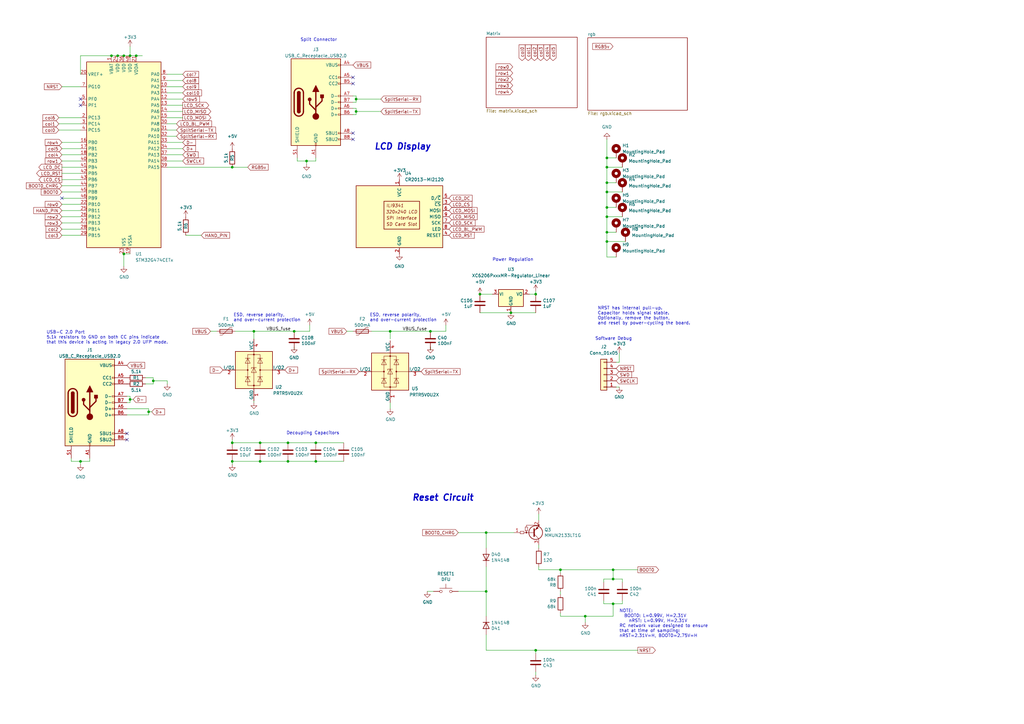
<source format=kicad_sch>
(kicad_sch (version 20250114) (generator "eeschema") (generator_version "9.0")
  (paper "A3")
  (lib_symbols
    (symbol "+5V_1" (power) (pin_names (offset 0))
      (property "Value" "+5V_1" (at 0 3.556 0))
      (symbol "+5V_1_1_1"
        (pin power_in line (at 0 0 90) (length 0) (hide yes) (name "+5V") (number "1"))
      )
    )
    (symbol "Connector:USB_C_Receptacle_USB2.0" (pin_names (offset 1.016))
      (property "Reference" "J" (at -10.16 19.05 0))
      (property "Value" "USB_C_Receptacle_USB2.0" (at 19.05 19.05 0))
      (symbol "USB_C_Receptacle_USB2.0_1_1"
        (pin passive line (at -7.62 -22.86 90) (length 5.08) (name "SHIELD") (number "S1"))
        (pin passive line (at 0 -22.86 90) (length 5.08) (name "GND") (number "A1"))
        (pin passive line (at 0 -22.86 90) (length 5.08) (hide yes) (name "GND") (number "A12"))
        (pin passive line (at 0 -22.86 90) (length 5.08) (hide yes) (name "GND") (number "B1"))
        (pin passive line (at 0 -22.86 90) (length 5.08) (hide yes) (name "GND") (number "B12"))
        (pin passive line (at 15.24 15.24 180) (length 5.08) (name "VBUS") (number "A4"))
        (pin passive line (at 15.24 15.24 180) (length 5.08) (hide yes) (name "VBUS") (number "A9"))
        (pin passive line (at 15.24 15.24 180) (length 5.08) (hide yes) (name "VBUS") (number "B4"))
        (pin passive line (at 15.24 15.24 180) (length 5.08) (hide yes) (name "VBUS") (number "B9"))
        (pin bidirectional line (at 15.24 10.16 180) (length 5.08) (name "CC1") (number "A5"))
        (pin bidirectional line (at 15.24 7.62 180) (length 5.08) (name "CC2") (number "B5"))
        (pin bidirectional line (at 15.24 2.54 180) (length 5.08) (name "D-") (number "A7"))
        (pin bidirectional line (at 15.24 0 180) (length 5.08) (name "D-") (number "B7"))
        (pin bidirectional line (at 15.24 -2.54 180) (length 5.08) (name "D+") (number "A6"))
        (pin bidirectional line (at 15.24 -5.08 180) (length 5.08) (name "D+") (number "B6"))
        (pin bidirectional line (at 15.24 -12.7 180) (length 5.08) (name "SBU1") (number "A8"))
        (pin bidirectional line (at 15.24 -15.24 180) (length 5.08) (name "SBU2") (number "B8"))
      )
    )
    (symbol "Connector_Generic:Conn_01x05" (pin_names (offset 1.016) (hide yes))
      (property "Reference" "J" (at 0 7.62 0))
      (property "Value" "Conn_01x05" (at 0 -7.62 0))
      (symbol "Conn_01x05_1_1"
        (pin passive line (at -5.08 5.08 0) (length 3.81) (name "Pin_1") (number "1"))
        (pin passive line (at -5.08 2.54 0) (length 3.81) (name "Pin_2") (number "2"))
        (pin passive line (at -5.08 0 0) (length 3.81) (name "Pin_3") (number "3"))
        (pin passive line (at -5.08 -2.54 0) (length 3.81) (name "Pin_4") (number "4"))
        (pin passive line (at -5.08 -5.08 0) (length 3.81) (name "Pin_5") (number "5"))
      )
    )
    (symbol "Device:C" (pin_numbers (hide yes)) (pin_names (offset 0.254))
      (property "Reference" "C" (at 0.635 2.54 0))
      (property "Value" "C" (at 0.635 -2.54 0))
      (symbol "C_1_1"
        (pin passive line (at 0 3.81 270) (length 2.794) (name "~") (number "1"))
        (pin passive line (at 0 -3.81 90) (length 2.794) (name "~") (number "2"))
      )
    )
    (symbol "Device:D" (pin_numbers (hide yes)) (pin_names (offset 1.016) (hide yes))
      (property "Reference" "D" (at 0 2.54 0))
      (property "Value" "D" (at 0 -2.54 0))
      (symbol "D_1_1"
        (pin passive line (at -3.81 0 0) (length 2.54) (name "K") (number "1"))
        (pin passive line (at 3.81 0 180) (length 2.54) (name "A") (number "2"))
      )
    )
    (symbol "Device:Polyfuse" (pin_numbers (hide yes)) (pin_names (offset 0))
      (property "Reference" "F" (at -2.54 0 90))
      (property "Value" "Polyfuse" (at 2.54 0 90))
      (symbol "Polyfuse_1_1"
        (pin passive line (at 0 3.81 270) (length 1.27) (name "~") (number "1"))
        (pin passive line (at 0 -3.81 90) (length 1.27) (name "~") (number "2"))
      )
    )
    (symbol "Device:Q_PNP_BEC_BRT" (pin_names (hide yes))
      (property "Reference" "Q" (at 3.81 1.27 0))
      (property "Value" "Q_PNP_BEC_BRT" (at 3.81 -1.27 0))
      (symbol "Q_PNP_BEC_BRT_1_1"
        (pin input line (at -8.89 0 0) (length 2.54) (name "B") (number "1"))
        (pin passive line (at 1.27 5.08 270) (length 2.54) (name "C") (number "3"))
        (pin passive line (at 1.27 -5.08 90) (length 2.54) (name "E") (number "2"))
      )
    )
    (symbol "Device:R" (pin_numbers (hide yes)) (pin_names (offset 0))
      (property "Reference" "R" (at 2.032 0 90))
      (property "Value" "R" (at 0 0 90))
      (symbol "R_1_1"
        (pin passive line (at 0 3.81 270) (length 1.27) (name "~") (number "1"))
        (pin passive line (at 0 -3.81 90) (length 1.27) (name "~") (number "2"))
      )
    )
    (symbol "Djinn-rescue:+3V3-power" (power) (pin_names (offset 0))
      (property "Value" "power_+3V3" (at 0 3.556 0))
      (symbol "+3V3-power_1_1"
        (pin power_in line (at 0 0 90) (length 0) (hide yes) (name "+3V3") (number "1"))
      )
    )
    (symbol "Djinn-rescue:GND-power" (power) (pin_names (offset 0))
      (property "Value" "power_GND" (at 0 -3.81 0))
      (symbol "GND-power_1_1"
        (pin power_in line (at 0 0 270) (length 0) (hide yes) (name "GND") (number "1"))
      )
    )
    (symbol "Driver_Display:CR2013-MI2120" (pin_names (offset 0.762))
      (property "Reference" "U4" (at 2.1941 17.78 0))
      (property "Value" "CR2013-MI2120" (at 2.1941 15.24 0))
      (symbol "CR2013-MI2120_0_0"
        (text "ILI9341" (at -5.461 4.572 0) (effects (font (size 1.27 1.27) (italic yes)) (justify left)))
        (text "SPI Interface" (at -5.461 -0.508 0) (effects (font (size 1.27 1.27) (italic yes)) (justify left)))
        (text "SD Card Slot" (at -5.461 -3.048 0) (effects (font (size 1.27 1.27) (italic yes)) (justify left)))
        (text "320x240 LCD" (at 0.889 2.032 0) (effects (font (size 1.27 1.27) (italic yes))))
      )
      (symbol "CR2013-MI2120_1_1"
        (pin power_in line (at 0 15.24 270) (length 2.54) (name "VCC") (number "1"))
        (pin power_in line (at 0 -15.24 90) (length 2.54) (name "GND") (number "2"))
        (pin input line (at 20.32 7.62 180) (length 2.54) (name "D/~{C}") (number "5"))
        (pin input line (at 20.32 5.08 180) (length 2.54) (name "~{CS}") (number "3"))
        (pin input line (at 20.32 2.54 180) (length 2.54) (name "MOSI") (number "6"))
        (pin output line (at 20.32 0 180) (length 2.54) (name "MISO") (number "9"))
        (pin input line (at 20.32 -2.54 180) (length 2.54) (name "SCK") (number "7"))
        (pin input line (at 20.32 -5.08 180) (length 2.54) (name "LED") (number "8"))
        (pin input line (at 20.32 -7.62 180) (length 2.54) (name "RESET") (number "4"))
      )
    )
    (symbol "GND_1" (power) (pin_numbers (hide yes)) (pin_names (offset 0) (hide yes))
      (property "Value" "GND" (at 0 -3.81 0))
      (symbol "GND_1_1_1"
        (pin power_in line (at 0 0 270) (length 0) (name "~") (number "1"))
      )
    )
    (symbol "MCU_ST_STM32G4:STM32G474CETx"
      (property "Reference" "U" (at -15.24 39.37 0))
      (property "Value" "STM32G474CETx" (at 7.62 39.37 0))
      (symbol "STM32G474CETx_1_1"
        (pin input line (at -17.78 33.02 0) (length 2.54) (name "VREF+") (number "20"))
        (pin bidirectional line (at -17.78 27.94 0) (length 2.54) (name "PG10") (number "7"))
        (pin bidirectional line (at -17.78 22.86 0) (length 2.54) (name "PF0") (number "5"))
        (pin bidirectional line (at -17.78 20.32 0) (length 2.54) (name "PF1") (number "6"))
        (pin bidirectional line (at -17.78 15.24 0) (length 2.54) (name "PC13") (number "2"))
        (pin bidirectional line (at -17.78 12.7 0) (length 2.54) (name "PC14") (number "3"))
        (pin bidirectional line (at -17.78 10.16 0) (length 2.54) (name "PC15") (number "4"))
        (pin bidirectional line (at -17.78 5.08 0) (length 2.54) (name "PB0") (number "16"))
        (pin bidirectional line (at -17.78 2.54 0) (length 2.54) (name "PB1") (number "17"))
        (pin bidirectional line (at -17.78 0 0) (length 2.54) (name "PB2") (number "18"))
        (pin bidirectional line (at -17.78 -2.54 0) (length 2.54) (name "PB3") (number "40"))
        (pin bidirectional line (at -17.78 -5.08 0) (length 2.54) (name "PB4") (number "41"))
        (pin bidirectional line (at -17.78 -7.62 0) (length 2.54) (name "PB5") (number "42"))
        (pin bidirectional line (at -17.78 -10.16 0) (length 2.54) (name "PB6") (number "43"))
        (pin bidirectional line (at -17.78 -12.7 0) (length 2.54) (name "PB7") (number "44"))
        (pin bidirectional line (at -17.78 -15.24 0) (length 2.54) (name "PB8") (number "45"))
        (pin bidirectional line (at -17.78 -17.78 0) (length 2.54) (name "PB9") (number "46"))
        (pin bidirectional line (at -17.78 -20.32 0) (length 2.54) (name "PB10") (number "22"))
        (pin bidirectional line (at -17.78 -22.86 0) (length 2.54) (name "PB11") (number "25"))
        (pin bidirectional line (at -17.78 -25.4 0) (length 2.54) (name "PB12") (number "26"))
        (pin bidirectional line (at -17.78 -27.94 0) (length 2.54) (name "PB13") (number "27"))
        (pin bidirectional line (at -17.78 -30.48 0) (length 2.54) (name "PB14") (number "28"))
        (pin bidirectional line (at -17.78 -33.02 0) (length 2.54) (name "PB15") (number "29"))
        (pin power_in line (at -5.08 40.64 270) (length 2.54) (name "VBAT") (number "1"))
        (pin power_in line (at -2.54 40.64 270) (length 2.54) (name "VDD") (number "24"))
        (pin power_in line (at 0 40.64 270) (length 2.54) (name "VDD") (number "36"))
        (pin power_in line (at 0 -40.64 90) (length 2.54) (name "VSS") (number "23"))
        (pin passive line (at 0 -40.64 90) (length 2.54) (hide yes) (name "VSS") (number "35"))
        (pin passive line (at 0 -40.64 90) (length 2.54) (hide yes) (name "VSS") (number "47"))
        (pin power_in line (at 2.54 40.64 270) (length 2.54) (name "VDD") (number "48"))
        (pin power_in line (at 2.54 -40.64 90) (length 2.54) (name "VSSA") (number "19"))
        (pin power_in line (at 5.08 40.64 270) (length 2.54) (name "VDDA") (number "21"))
        (pin bidirectional line (at 17.78 33.02 180) (length 2.54) (name "PA0") (number "8"))
        (pin bidirectional line (at 17.78 30.48 180) (length 2.54) (name "PA1") (number "9"))
        (pin bidirectional line (at 17.78 27.94 180) (length 2.54) (name "PA2") (number "10"))
        (pin bidirectional line (at 17.78 25.4 180) (length 2.54) (name "PA3") (number "11"))
        (pin bidirectional line (at 17.78 22.86 180) (length 2.54) (name "PA4") (number "12"))
        (pin bidirectional line (at 17.78 20.32 180) (length 2.54) (name "PA5") (number "13"))
        (pin bidirectional line (at 17.78 17.78 180) (length 2.54) (name "PA6") (number "14"))
        (pin bidirectional line (at 17.78 15.24 180) (length 2.54) (name "PA7") (number "15"))
        (pin bidirectional line (at 17.78 12.7 180) (length 2.54) (name "PA8") (number "30"))
        (pin bidirectional line (at 17.78 10.16 180) (length 2.54) (name "PA9") (number "31"))
        (pin bidirectional line (at 17.78 7.62 180) (length 2.54) (name "PA10") (number "32"))
        (pin bidirectional line (at 17.78 5.08 180) (length 2.54) (name "PA11") (number "33"))
        (pin bidirectional line (at 17.78 2.54 180) (length 2.54) (name "PA12") (number "34"))
        (pin bidirectional line (at 17.78 0 180) (length 2.54) (name "PA13") (number "37"))
        (pin bidirectional line (at 17.78 -2.54 180) (length 2.54) (name "PA14") (number "38"))
        (pin bidirectional line (at 17.78 -5.08 180) (length 2.54) (name "PA15") (number "39"))
      )
    )
    (symbol "Mechanical:MountingHole_Pad" (pin_numbers (hide yes)) (pin_names (offset 1.016) (hide yes)) (exclude_from_sim yes) (in_bom no)
      (property "Reference" "H" (at 0 6.35 0))
      (property "Value" "MountingHole_Pad" (at 0 4.445 0))
      (symbol "MountingHole_Pad_1_1"
        (pin input line (at 0 -2.54 90) (length 2.54) (name "1") (number "1"))
      )
    )
    (symbol "Power_Protection:PRTR5V0U2X" (pin_names (offset 0))
      (property "Reference" "D" (at 2.794 8.636 0))
      (property "Value" "PRTR5V0U2X" (at 8.128 -9.398 0))
      (symbol "PRTR5V0U2X_1_1"
        (pin passive line (at -12.7 0 0) (length 5.08) (name "I/O1") (number "2"))
        (pin passive line (at 0 12.7 270) (length 5.08) (name "VCC") (number "4"))
        (pin passive line (at 0 -12.7 90) (length 5.08) (name "GND") (number "1"))
        (pin passive line (at 12.7 0 180) (length 5.08) (name "I/O2") (number "3"))
      )
    )
    (symbol "Switch:SW_Push" (pin_numbers (hide yes)) (pin_names (offset 1.016) (hide yes))
      (property "Reference" "SW" (at 1.27 2.54 0))
      (property "Value" "SW_Push" (at 0 -1.524 0))
      (symbol "SW_Push_0_1"
        (pin passive line (at -5.08 0 0) (length 2.54) (name "1") (number "1"))
        (pin passive line (at 5.08 0 180) (length 2.54) (name "2") (number "2"))
      )
    )
    (symbol "kicad-keyboard-parts:XC6206PxxxMR-Regulator_Linear" (pin_names (offset 0.254))
      (property "Reference" "U" (at -3.81 3.175 0))
      (property "Value" "XC6206PxxxMR-Regulator_Linear" (at 0 3.175 0))
      (property "LCSC" "C5446" (at 0 0 0))
      (symbol "XC6206PxxxMR-Regulator_Linear_1_1"
        (pin power_in line (at -7.62 0 0) (length 2.54) (name "VI") (number "3"))
        (pin power_in line (at 0 -7.62 90) (length 2.54) (name "GND") (number "1"))
        (pin power_out line (at 7.62 0 180) (length 2.54) (name "VO") (number "2"))
      )
    )
    (symbol "power:+3V3" (power) (pin_names (offset 0))
      (property "Value" "+3V3" (at 0 3.556 0))
      (symbol "+3V3_1_1"
        (pin power_in line (at 0 0 90) (length 0) (hide yes) (name "+3V3") (number "1"))
      )
    )
    (symbol "power:+5V" (power) (pin_names (offset 0))
      (property "Value" "+5V" (at 0 3.556 0))
      (symbol "+5V_1_1"
        (pin power_in line (at 0 0 90) (length 0) (hide yes) (name "+5V") (number "1"))
      )
    )
    (symbol "power:GND" (power) (pin_names (offset 0))
      (property "Value" "GND" (at 0 -3.81 0))
      (symbol "GND_1_1"
        (pin power_in line (at 0 0 270) (length 0) (hide yes) (name "GND") (number "1"))
      )
    )
  )
  (text "Decoupling Capacitors" (at 117.475 178.435 0) (effects (font (size 1.27 1.27)) (justify left bottom)))
  (text "NOTE:\n  BOOT0: L=0.99V, H=2.31V\n    nRST: L=0.99V, H=2.31V\nRC network value designed to ensure\nthat at time of sampling:\nnRST=2.31V=H, BOOT0=2.75V=H" (at 254 261.62 0) (effects (font (size 1.27 1.27)) (justify left bottom)))
  (text "Power Regulation" (at 201.93 107.315 0) (effects (font (size 1.27 1.27)) (justify left bottom)))
  (text "Reset Circuit" (at 168.91 205.74 0) (effects (font (size 2.54 2.54) (thickness 0.508) (bold yes) (italic yes)) (justify left bottom)))
  (text "USB-C 2.0 Port\n5.1k resistors to GND on both CC pins indicate\nthat this device is acting in legacy 2.0 UFP mode." (at 19.05 141.224 0) (effects (font (size 1.27 1.27)) (justify left bottom)))
  (text "ESD, reverse polarity,\nand over-current protection" (at 95.758 132.08 0) (effects (font (size 1.27 1.27)) (justify left bottom)))
  (text "Split Connector" (at 123.19 17.145 0) (effects (font (size 1.27 1.27)) (justify left bottom)))
  (text "Software Debug" (at 244.094 139.7 0) (effects (font (size 1.27 1.27)) (justify left bottom)))
  (text "NRST has internal pull-up.\nCapacitor holds signal stable.\nOptionally, remove the button,\nand reset by power-cycling the board." (at 245.11 133.35 0) (effects (font (size 1.27 1.27)) (justify left bottom)))
  (text "ESD, reverse polarity,\nand over-current protection" (at 151.638 132.08 0) (effects (font (size 1.27 1.27)) (justify left bottom)))
  (text "LCD Display" (at 153.416 61.722 0) (effects (font (size 2.54 2.54) (thickness 0.508) (bold yes) (italic yes)) (justify left bottom)))
  (junction (at 95.25 181.61))
  (junction (at 248.92 74.93))
  (junction (at 125.73 66.04))
  (junction (at 240.03 252.73))
  (junction (at 146.05 40.64))
  (junction (at 53.34 22.86))
  (junction (at 62.865 156.21))
  (junction (at 50.8 22.86))
  (junction (at 48.26 22.86))
  (junction (at 60.96 168.91))
  (junction (at 53.34 163.83))
  (junction (at 45.72 22.86))
  (junction (at 248.92 95.25))
  (junction (at 129.54 181.61))
  (junction (at 104.14 135.89))
  (junction (at 95.25 189.23))
  (junction (at 160.02 135.89))
  (junction (at 106.68 181.61))
  (junction (at 248.92 78.74))
  (junction (at 248.92 64.77))
  (junction (at 251.46 247.65))
  (junction (at 106.68 189.23))
  (junction (at 248.92 88.9))
  (junction (at 199.39 242.57))
  (junction (at 248.92 85.09))
  (junction (at 199.39 218.44))
  (junction (at 118.11 181.61))
  (junction (at 251.46 237.49))
  (junction (at 209.55 128.27) (diameter 0.9144))
  (junction (at 219.71 266.7))
  (junction (at 50.8 104.14))
  (junction (at 118.11 189.23))
  (junction (at 120.65 135.89))
  (junction (at 129.54 189.23))
  (junction (at 95.25 68.58))
  (junction (at 176.53 135.89))
  (junction (at 219.71 120.65))
  (junction (at 248.92 99.06))
  (junction (at 229.87 233.68))
  (junction (at 33.02 189.23))
  (junction (at 251.46 233.68))
  (junction (at 55.88 22.86))
  (junction (at 248.92 68.58))
  (junction (at 196.85 120.65))
  (junction (at 146.05 45.72))
  (no_connect (at 52.07 177.8))
  (no_connect (at 144.78 57.15))
  (no_connect (at 52.07 180.34))
  (no_connect (at 144.78 31.75))
  (no_connect (at 144.78 34.29))
  (no_connect (at 25.4 81.28))
  (no_connect (at 33.02 40.64))
  (no_connect (at 144.78 54.61))
  (no_connect (at 33.02 43.18))
  (wire (pts (xy 25.4 86.36) (xy 33.02 86.36)))
  (wire (pts (xy 248.92 88.9) (xy 248.92 85.09)))
  (wire (pts (xy 199.39 218.44) (xy 210.82 218.44)))
  (wire (pts (xy 247.65 238.76) (xy 247.65 237.49)))
  (wire (pts (xy 199.39 232.41) (xy 199.39 242.57)))
  (wire (pts (xy 160.02 165.1) (xy 160.02 167.64)))
  (wire (pts (xy 68.58 35.56) (xy 74.93 35.56)))
  (wire (pts (xy 120.65 135.89) (xy 127 135.89)))
  (wire (pts (xy 248.92 95.25) (xy 248.92 88.9)))
  (wire (pts (xy 146.05 39.37) (xy 146.05 40.64)))
  (wire (pts (xy 50.8 104.14) (xy 53.34 104.14)))
  (wire (pts (xy 125.73 67.31) (xy 125.73 66.04)))
  (wire (pts (xy 95.25 180.34) (xy 95.25 181.61)))
  (wire (pts (xy 25.4 66.04) (xy 33.02 66.04)))
  (wire (pts (xy 219.71 267.97) (xy 219.71 266.7)))
  (wire (pts (xy 248.92 57.15) (xy 248.92 64.77)))
  (wire (pts (xy 25.4 68.58) (xy 33.02 68.58)))
  (wire (pts (xy 127 133.35) (xy 127 135.89)))
  (wire (pts (xy 118.11 181.61) (xy 106.68 181.61)))
  (wire (pts (xy 53.34 162.56) (xy 53.34 163.83)))
  (wire (pts (xy 68.58 156.21) (xy 68.58 157.48)))
  (wire (pts (xy 142.24 135.89) (xy 144.78 135.89)))
  (wire (pts (xy 240.03 252.73) (xy 251.46 252.73)))
  (wire (pts (xy 33.02 22.86) (xy 45.72 22.86)))
  (wire (pts (xy 248.92 74.93) (xy 248.92 68.58)))
  (wire (pts (xy 48.26 22.86) (xy 50.8 22.86)))
  (wire (pts (xy 248.92 78.74) (xy 248.92 74.93)))
  (wire (pts (xy 220.98 213.36) (xy 220.98 210.82)))
  (wire (pts (xy 25.4 58.42) (xy 33.02 58.42)))
  (wire (pts (xy 60.96 170.18) (xy 60.96 168.91)))
  (wire (pts (xy 52.07 167.64) (xy 60.96 167.64)))
  (wire (pts (xy 199.39 266.7) (xy 219.71 266.7)))
  (wire (pts (xy 50.8 109.22) (xy 50.8 104.14)))
  (wire (pts (xy 104.14 165.1) (xy 104.14 164.465)))
  (wire (pts (xy 106.68 181.61) (xy 95.25 181.61)))
  (wire (pts (xy 24.13 50.8) (xy 33.02 50.8)))
  (wire (pts (xy 118.11 189.23) (xy 129.54 189.23)))
  (wire (pts (xy 146.05 45.72) (xy 156.21 45.72)))
  (wire (pts (xy 254 144.78) (xy 254 148.59)))
  (wire (pts (xy 45.72 22.86) (xy 48.26 22.86)))
  (wire (pts (xy 247.65 247.65) (xy 247.65 246.38)))
  (wire (pts (xy 95.25 190.5) (xy 95.25 189.23)))
  (wire (pts (xy 160.02 135.89) (xy 176.53 135.89)))
  (wire (pts (xy 95.25 68.58) (xy 101.6 68.58)))
  (wire (pts (xy 53.34 22.86) (xy 55.88 22.86)))
  (wire (pts (xy 62.865 157.48) (xy 62.865 156.21)))
  (wire (pts (xy 248.92 99.06) (xy 248.92 105.41)))
  (wire (pts (xy 248.92 105.41) (xy 252.73 105.41)))
  (wire (pts (xy 144.78 39.37) (xy 146.05 39.37)))
  (wire (pts (xy 24.13 53.34) (xy 33.02 53.34)))
  (wire (pts (xy 50.8 22.86) (xy 53.34 22.86)))
  (wire (pts (xy 247.65 247.65) (xy 251.46 247.65)))
  (wire (pts (xy 25.4 88.9) (xy 33.02 88.9)))
  (wire (pts (xy 121.92 66.04) (xy 125.73 66.04)))
  (wire (pts (xy 229.87 252.73) (xy 240.03 252.73)))
  (wire (pts (xy 25.4 71.12) (xy 33.02 71.12)))
  (wire (pts (xy 68.58 50.8) (xy 72.39 50.8)))
  (wire (pts (xy 68.58 58.42) (xy 74.93 58.42)))
  (wire (pts (xy 219.71 266.7) (xy 261.62 266.7)))
  (wire (pts (xy 68.58 45.72) (xy 74.93 45.72)))
  (wire (pts (xy 209.55 128.27) (xy 219.71 128.27)))
  (wire (pts (xy 240.03 255.27) (xy 240.03 252.73)))
  (wire (pts (xy 25.4 76.2) (xy 33.02 76.2)))
  (wire (pts (xy 248.92 78.74) (xy 255.27 78.74)))
  (wire (pts (xy 187.96 218.44) (xy 199.39 218.44)))
  (wire (pts (xy 62.865 156.21) (xy 68.58 156.21)))
  (wire (pts (xy 219.71 119.38) (xy 219.71 120.65)))
  (wire (pts (xy 68.58 60.96) (xy 74.93 60.96)))
  (wire (pts (xy 146.05 40.64) (xy 156.21 40.64)))
  (wire (pts (xy 251.46 237.49) (xy 255.27 237.49)))
  (wire (pts (xy 220.98 232.41) (xy 220.98 233.68)))
  (wire (pts (xy 182.88 133.35) (xy 182.88 135.89)))
  (wire (pts (xy 129.54 181.61) (xy 140.97 181.61)))
  (wire (pts (xy 248.92 95.25) (xy 248.92 99.06)))
  (wire (pts (xy 68.58 33.02) (xy 74.93 33.02)))
  (wire (pts (xy 254 148.59) (xy 252.73 148.59)))
  (wire (pts (xy 199.39 242.57) (xy 199.39 252.73)))
  (wire (pts (xy 144.78 44.45) (xy 146.05 44.45)))
  (wire (pts (xy 25.4 91.44) (xy 33.02 91.44)))
  (wire (pts (xy 52.07 170.18) (xy 60.96 170.18)))
  (wire (pts (xy 25.4 35.56) (xy 33.02 35.56)))
  (wire (pts (xy 255.27 247.65) (xy 255.27 246.38)))
  (wire (pts (xy 220.98 224.79) (xy 220.98 223.52)))
  (wire (pts (xy 251.46 237.49) (xy 251.46 233.68)))
  (wire (pts (xy 251.46 233.68) (xy 261.62 233.68)))
  (wire (pts (xy 229.87 242.57) (xy 229.87 243.84)))
  (wire (pts (xy 53.34 163.83) (xy 53.34 165.1)))
  (wire (pts (xy 199.39 260.35) (xy 199.39 266.7)))
  (wire (pts (xy 146.05 41.91) (xy 146.05 40.64)))
  (wire (pts (xy 68.58 40.64) (xy 74.93 40.64)))
  (wire (pts (xy 53.34 19.05) (xy 53.34 22.86)))
  (wire (pts (xy 256.54 99.06) (xy 248.92 99.06)))
  (wire (pts (xy 196.85 120.65) (xy 201.93 120.65)))
  (wire (pts (xy 68.58 66.04) (xy 74.93 66.04)))
  (wire (pts (xy 217.17 120.65) (xy 219.71 120.65)))
  (wire (pts (xy 86.36 135.89) (xy 88.9 135.89)))
  (wire (pts (xy 118.11 189.23) (xy 106.68 189.23)))
  (wire (pts (xy 55.88 22.86) (xy 58.42 22.86)))
  (wire (pts (xy 52.07 165.1) (xy 53.34 165.1)))
  (wire (pts (xy 247.65 237.49) (xy 251.46 237.49)))
  (wire (pts (xy 121.92 64.77) (xy 121.92 66.04)))
  (wire (pts (xy 176.53 142.24) (xy 176.53 143.51)))
  (wire (pts (xy 106.68 189.23) (xy 95.25 189.23)))
  (wire (pts (xy 25.4 83.82) (xy 33.02 83.82)))
  (wire (pts (xy 36.83 189.23) (xy 36.83 187.96)))
  (wire (pts (xy 60.96 167.64) (xy 60.96 168.91)))
  (wire (pts (xy 252.73 158.75) (xy 254 158.75)))
  (wire (pts (xy 248.92 88.9) (xy 255.27 88.9)))
  (wire (pts (xy 76.2 96.52) (xy 82.55 96.52)))
  (wire (pts (xy 29.21 189.23) (xy 33.02 189.23)))
  (wire (pts (xy 104.14 135.89) (xy 120.65 135.89)))
  (wire (pts (xy 146.05 46.99) (xy 146.05 45.72)))
  (wire (pts (xy 199.39 224.79) (xy 199.39 218.44)))
  (wire (pts (xy 255.27 237.49) (xy 255.27 238.76)))
  (wire (pts (xy 229.87 251.46) (xy 229.87 252.73)))
  (wire (pts (xy 248.92 64.77) (xy 252.73 64.77)))
  (wire (pts (xy 118.11 181.61) (xy 129.54 181.61)))
  (wire (pts (xy 53.34 163.83) (xy 54.61 163.83)))
  (wire (pts (xy 25.4 78.74) (xy 33.02 78.74)))
  (wire (pts (xy 60.96 168.91) (xy 62.23 168.91)))
  (wire (pts (xy 152.4 135.89) (xy 160.02 135.89)))
  (wire (pts (xy 146.05 44.45) (xy 146.05 45.72)))
  (wire (pts (xy 24.13 48.26) (xy 33.02 48.26)))
  (wire (pts (xy 220.98 233.68) (xy 229.87 233.68)))
  (wire (pts (xy 209.55 128.27) (xy 196.85 128.27)))
  (wire (pts (xy 72.39 55.88) (xy 68.58 55.88)))
  (wire (pts (xy 144.78 41.91) (xy 146.05 41.91)))
  (wire (pts (xy 52.07 162.56) (xy 53.34 162.56)))
  (wire (pts (xy 120.65 142.24) (xy 120.65 143.51)))
  (wire (pts (xy 33.02 189.23) (xy 36.83 189.23)))
  (wire (pts (xy 251.46 247.65) (xy 255.27 247.65)))
  (wire (pts (xy 72.39 53.34) (xy 68.58 53.34)))
  (wire (pts (xy 248.92 68.58) (xy 255.27 68.58)))
  (wire (pts (xy 68.58 48.26) (xy 74.93 48.26)))
  (wire (pts (xy 33.02 30.48) (xy 33.02 22.86)))
  (wire (pts (xy 187.96 242.57) (xy 199.39 242.57)))
  (wire (pts (xy 68.58 43.18) (xy 74.93 43.18)))
  (wire (pts (xy 25.4 93.98) (xy 33.02 93.98)))
  (wire (pts (xy 33.02 190.5) (xy 33.02 189.23)))
  (wire (pts (xy 68.58 38.1) (xy 74.93 38.1)))
  (wire (pts (xy 160.02 135.89) (xy 160.02 139.065)))
  (wire (pts (xy 229.87 233.68) (xy 251.46 233.68)))
  (wire (pts (xy 129.54 66.04) (xy 129.54 64.77)))
  (wire (pts (xy 59.69 157.48) (xy 62.865 157.48)))
  (wire (pts (xy 25.4 81.28) (xy 33.02 81.28)))
  (wire (pts (xy 252.73 95.25) (xy 248.92 95.25)))
  (wire (pts (xy 129.54 189.23) (xy 140.97 189.23)))
  (wire (pts (xy 229.87 234.95) (xy 229.87 233.68)))
  (wire (pts (xy 176.53 135.89) (xy 182.88 135.89)))
  (wire (pts (xy 29.21 187.96) (xy 29.21 189.23)))
  (wire (pts (xy 219.71 275.59) (xy 219.71 276.86)))
  (wire (pts (xy 177.8 242.57) (xy 175.26 242.57)))
  (wire (pts (xy 248.92 74.93) (xy 252.73 74.93)))
  (wire (pts (xy 125.73 66.04) (xy 129.54 66.04)))
  (wire (pts (xy 59.69 154.94) (xy 62.865 154.94)))
  (wire (pts (xy 68.58 30.48) (xy 74.93 30.48)))
  (wire (pts (xy 248.92 85.09) (xy 248.92 78.74)))
  (wire (pts (xy 248.92 68.58) (xy 248.92 64.77)))
  (wire (pts (xy 25.4 60.96) (xy 33.02 60.96)))
  (wire (pts (xy 251.46 247.65) (xy 251.46 252.73)))
  (wire (pts (xy 104.14 135.89) (xy 104.14 139.065)))
  (wire (pts (xy 96.52 135.89) (xy 104.14 135.89)))
  (wire (pts (xy 25.4 73.66) (xy 33.02 73.66)))
  (wire (pts (xy 25.4 96.52) (xy 33.02 96.52)))
  (wire (pts (xy 62.865 156.21) (xy 62.865 154.94)))
  (wire (pts (xy 68.58 68.58) (xy 95.25 68.58)))
  (wire (pts (xy 68.58 63.5) (xy 74.93 63.5)))
  (wire (pts (xy 144.78 46.99) (xy 146.05 46.99)))
  (wire (pts (xy 248.92 85.09) (xy 252.73 85.09)))
  (wire (pts (xy 25.4 63.5) (xy 33.02 63.5)))
  (label "VBUS_fuse" (at 165.1 135.89 0))
  (label "VBUS_fuse" (at 109.22 135.89 0))
  (global_label "SplitSerial-TX" (shape input) (at 72.39 53.34 0) (property "Intersheetrefs" "${INTERSHEET_REFS}" (effects (hide yes))))
  (global_label "col8" (shape input) (at 74.93 33.02 0) (property "Intersheetrefs" "${INTERSHEET_REFS}" (effects (hide yes))))
  (global_label "BOOT0" (shape output) (at 261.62 233.68 0) (property "Intersheetrefs" "${INTERSHEET_REFS}" (effects (hide yes))))
  (global_label "LCD_MISO" (shape input) (at 184.15 88.9 0) (property "Intersheetrefs" "${INTERSHEET_REFS}" (effects (hide yes))))
  (global_label "SWCLK" (shape input) (at 74.93 66.04 0) (property "Intersheetrefs" "${INTERSHEET_REFS}" (effects (hide yes))))
  (global_label "VBUS" (shape input) (at 144.78 26.67 0) (property "Intersheetrefs" "${INTERSHEET_REFS}" (effects (hide yes))))
  (global_label "LCD_RST" (shape output) (at 25.4 71.12 180) (property "Intersheetrefs" "${INTERSHEET_REFS}" (effects (hide yes))))
  (global_label "row1" (shape input) (at 210.312 29.972 180) (property "Intersheetrefs" "${INTERSHEET_REFS}" (effects (hide yes))))
  (global_label "LCD_BL_PWM" (shape input) (at 184.15 93.98 0) (property "Intersheetrefs" "${INTERSHEET_REFS}" (effects (hide yes))))
  (global_label "col0" (shape input) (at 24.13 53.34 180) (property "Intersheetrefs" "${INTERSHEET_REFS}" (effects (hide yes))))
  (global_label "BOOT0_CHRG" (shape input) (at 25.4 76.2 180) (property "Intersheetrefs" "${INTERSHEET_REFS}" (effects (hide yes))))
  (global_label "row2" (shape input) (at 210.312 32.512 180) (property "Intersheetrefs" "${INTERSHEET_REFS}" (effects (hide yes))))
  (global_label "col6" (shape input) (at 24.13 48.26 180) (property "Intersheetrefs" "${INTERSHEET_REFS}" (effects (hide yes))))
  (global_label "SWCLK" (shape input) (at 252.73 156.21 0) (property "Intersheetrefs" "${INTERSHEET_REFS}" (effects (hide yes))))
  (global_label "RGB5v" (shape input) (at 101.6 68.58 0) (property "Intersheetrefs" "${INTERSHEET_REFS}" (effects (hide yes))))
  (global_label "col4" (shape input) (at 25.4 63.5 180) (property "Intersheetrefs" "${INTERSHEET_REFS}" (effects (hide yes))))
  (global_label "row3" (shape input) (at 25.4 91.44 180) (property "Intersheetrefs" "${INTERSHEET_REFS}" (effects (hide yes))))
  (global_label "LCD_MISO" (shape output) (at 74.93 45.72 0) (property "Intersheetrefs" "${INTERSHEET_REFS}" (effects (hide yes))))
  (global_label "col2" (shape input) (at 25.4 93.98 180) (property "Intersheetrefs" "${INTERSHEET_REFS}" (effects (hide yes))))
  (global_label "VBUS" (shape input) (at 52.07 149.86 0) (property "Intersheetrefs" "${INTERSHEET_REFS}" (effects (hide yes))))
  (global_label "LCD_CS" (shape input) (at 184.15 83.82 0) (property "Intersheetrefs" "${INTERSHEET_REFS}" (effects (hide yes))))
  (global_label "row0" (shape input) (at 25.4 83.82 180) (property "Intersheetrefs" "${INTERSHEET_REFS}" (effects (hide yes))))
  (global_label "LCD_BL_PWM" (shape input) (at 72.39 50.8 0) (property "Intersheetrefs" "${INTERSHEET_REFS}" (effects (hide yes))))
  (global_label "row1" (shape input) (at 25.4 66.04 180) (property "Intersheetrefs" "${INTERSHEET_REFS}" (effects (hide yes))))
  (global_label "D-" (shape input) (at 74.93 58.42 0) (property "Intersheetrefs" "${INTERSHEET_REFS}" (effects (hide yes))))
  (global_label "HAND_PIN" (shape input) (at 25.4 86.36 180) (property "Intersheetrefs" "${INTERSHEET_REFS}" (effects (hide yes))))
  (global_label "SplitSerial-TX" (shape input) (at 172.72 152.4 0) (property "Intersheetrefs" "${INTERSHEET_REFS}" (effects (hide yes))))
  (global_label "BOOT0_CHRG" (shape input) (at 187.96 218.44 180) (property "Intersheetrefs" "${INTERSHEET_REFS}" (effects (hide yes))))
  (global_label "SplitSerial-RX" (shape input) (at 156.21 40.64 0) (property "Intersheetrefs" "${INTERSHEET_REFS}" (effects (hide yes))))
  (global_label "LCD_DC" (shape output) (at 25.4 68.58 180) (property "Intersheetrefs" "${INTERSHEET_REFS}" (effects (hide yes))))
  (global_label "col5" (shape input) (at 226.822 24.892 90) (property "Intersheetrefs" "${INTERSHEET_REFS}" (effects (hide yes))))
  (global_label "row4" (shape input) (at 210.312 37.592 180) (property "Intersheetrefs" "${INTERSHEET_REFS}" (effects (hide yes))))
  (global_label "col1" (shape input) (at 24.13 50.8 180) (property "Intersheetrefs" "${INTERSHEET_REFS}" (effects (hide yes))))
  (global_label "row5" (shape input) (at 74.93 40.64 0) (property "Intersheetrefs" "${INTERSHEET_REFS}" (effects (hide yes))))
  (global_label "SWD" (shape input) (at 252.73 153.67 0) (property "Intersheetrefs" "${INTERSHEET_REFS}" (effects (hide yes))))
  (global_label "RGB5v" (shape input) (at 251.46 19.05 180) (property "Intersheetrefs" "${INTERSHEET_REFS}" (effects (hide yes))))
  (global_label "NRST" (shape output) (at 261.62 266.7 0) (property "Intersheetrefs" "${INTERSHEET_REFS}" (effects (hide yes))))
  (global_label "col5" (shape input) (at 25.4 60.96 180) (property "Intersheetrefs" "${INTERSHEET_REFS}" (effects (hide yes))))
  (global_label "NRST" (shape input) (at 252.73 151.13 0) (property "Intersheetrefs" "${INTERSHEET_REFS}" (effects (hide yes))))
  (global_label "D-" (shape input) (at 54.61 163.83 0) (property "Intersheetrefs" "${INTERSHEET_REFS}" (effects (hide yes))))
  (global_label "VBUS" (shape input) (at 142.24 135.89 180) (property "Intersheetrefs" "${INTERSHEET_REFS}" (effects (hide yes))))
  (global_label "col2" (shape input) (at 219.202 24.892 90) (property "Intersheetrefs" "${INTERSHEET_REFS}" (effects (hide yes))))
  (global_label "row3" (shape input) (at 210.312 35.052 180) (property "Intersheetrefs" "${INTERSHEET_REFS}" (effects (hide yes))))
  (global_label "NRST" (shape input) (at 25.4 35.56 180) (property "Intersheetrefs" "${INTERSHEET_REFS}" (effects (hide yes))))
  (global_label "LCD_MOSI" (shape input) (at 184.15 86.36 0) (property "Intersheetrefs" "${INTERSHEET_REFS}" (effects (hide yes))))
  (global_label "LCD_DC" (shape input) (at 184.15 81.28 0) (property "Intersheetrefs" "${INTERSHEET_REFS}" (effects (hide yes))))
  (global_label "SplitSerial-RX" (shape input) (at 147.32 152.4 180) (property "Intersheetrefs" "${INTERSHEET_REFS}" (effects (hide yes))))
  (global_label "col3" (shape input) (at 221.742 24.892 90) (property "Intersheetrefs" "${INTERSHEET_REFS}" (effects (hide yes))))
  (global_label "HAND_PIN" (shape input) (at 82.55 96.52 0) (property "Intersheetrefs" "${INTERSHEET_REFS}" (effects (hide yes))))
  (global_label "row2" (shape input) (at 25.4 88.9 180) (property "Intersheetrefs" "${INTERSHEET_REFS}" (effects (hide yes))))
  (global_label "LCD_CS" (shape output) (at 25.4 73.66 180) (property "Intersheetrefs" "${INTERSHEET_REFS}" (effects (hide yes))))
  (global_label "col1" (shape input) (at 216.662 24.892 90) (property "Intersheetrefs" "${INTERSHEET_REFS}" (effects (hide yes))))
  (global_label "D+" (shape input) (at 74.93 60.96 0) (property "Intersheetrefs" "${INTERSHEET_REFS}" (effects (hide yes))))
  (global_label "D+" (shape input) (at 62.23 168.91 0) (property "Intersheetrefs" "${INTERSHEET_REFS}" (effects (hide yes))))
  (global_label "col4" (shape input) (at 224.282 24.892 90) (property "Intersheetrefs" "${INTERSHEET_REFS}" (effects (hide yes))))
  (global_label "col9" (shape input) (at 74.93 35.56 0) (property "Intersheetrefs" "${INTERSHEET_REFS}" (effects (hide yes))))
  (global_label "LCD_SCK" (shape output) (at 74.93 43.18 0) (property "Intersheetrefs" "${INTERSHEET_REFS}" (effects (hide yes))))
  (global_label "col0" (shape input) (at 214.122 24.892 90) (property "Intersheetrefs" "${INTERSHEET_REFS}" (effects (hide yes))))
  (global_label "D+" (shape input) (at 116.84 151.765 0) (property "Intersheetrefs" "${INTERSHEET_REFS}" (effects (hide yes))))
  (global_label "D-" (shape input) (at 91.44 151.765 180) (property "Intersheetrefs" "${INTERSHEET_REFS}" (effects (hide yes))))
  (global_label "LCD_MOSI" (shape output) (at 74.93 48.26 0) (property "Intersheetrefs" "${INTERSHEET_REFS}" (effects (hide yes))))
  (global_label "BOOT0" (shape input) (at 25.4 78.74 180) (property "Intersheetrefs" "${INTERSHEET_REFS}" (effects (hide yes))))
  (global_label "row4" (shape input) (at 25.4 58.42 180) (property "Intersheetrefs" "${INTERSHEET_REFS}" (effects (hide yes))))
  (global_label "SplitSerial-TX" (shape input) (at 156.21 45.72 0) (property "Intersheetrefs" "${INTERSHEET_REFS}" (effects (hide yes))))
  (global_label "LCD_SCK" (shape input) (at 184.15 91.44 0) (property "Intersheetrefs" "${INTERSHEET_REFS}" (effects (hide yes))))
  (global_label "col3" (shape input) (at 25.4 96.52 180) (property "Intersheetrefs" "${INTERSHEET_REFS}" (effects (hide yes))))
  (global_label "col7" (shape input) (at 74.93 30.48 0) (property "Intersheetrefs" "${INTERSHEET_REFS}" (effects (hide yes))))
  (global_label "col10" (shape input) (at 74.93 38.1 0) (property "Intersheetrefs" "${INTERSHEET_REFS}" (effects (hide yes))))
  (global_label "row0" (shape input) (at 210.312 27.432 180) (property "Intersheetrefs" "${INTERSHEET_REFS}" (effects (hide yes))))
  (global_label "LCD_RST" (shape input) (at 184.15 96.52 0) (property "Intersheetrefs" "${INTERSHEET_REFS}" (effects (hide yes))))
  (global_label "SplitSerial-RX" (shape input) (at 72.39 55.88 0) (property "Intersheetrefs" "${INTERSHEET_REFS}" (effects (hide yes))))
  (global_label "SWD" (shape input) (at 74.93 63.5 0) (property "Intersheetrefs" "${INTERSHEET_REFS}" (effects (hide yes))))
  (global_label "VBUS" (shape input) (at 86.36 135.89 180) (property "Intersheetrefs" "${INTERSHEET_REFS}" (effects (hide yes))))
  (symbol (lib_id "power:GND") (at 209.55 128.27 0) (unit 1)
    (property "Reference" "#PWR015" (effects (hide yes)))
    (property "Value" "GND" (at 209.677 132.6642 0))
  )
  (symbol (lib_id "power:+5V") (at 196.85 120.65 0) (unit 1)
    (property "Reference" "#PWR013" (effects (hide yes)))
    (property "Value" "+5V" (at 196.85 115.57 0))
  )
  (symbol (lib_id "Device:C") (at 219.71 124.46 0) (unit 1)
    (property "Reference" "C107" (at 222.631 123.2916 0) (effects (justify left)))
    (property "Value" "1uF" (at 222.631 125.603 0) (effects (justify left)))
    (property "Footprint" "Capacitor_SMD:C_0402_1005Metric" (effects (hide yes)))
    (property "LCSC" "C307331" (effects (hide yes)))
  )
  (symbol (lib_id "power:GND") (at 176.53 142.24 0) (unit 1)
    (property "Reference" "#PWR062" (effects (hide yes)))
    (property "Value" "GND" (at 176.53 146.685 0))
  )
  (symbol (lib_id "power:GND") (at 120.65 142.24 0) (unit 1)
    (property "Reference" "#PWR010" (effects (hide yes)))
    (property "Value" "GND" (at 120.65 146.685 0))
  )
  (symbol (lib_id "Device:C") (at 120.65 139.7 0) (unit 1)
    (property "Reference" "C108" (at 123.571 138.5316 0) (effects (justify left)))
    (property "Value" "100nF" (at 123.571 140.843 0) (effects (justify left)))
    (property "Footprint" "Capacitor_SMD:C_0402_1005Metric" (effects (hide yes)))
    (property "LCSC" "C307331" (effects (hide yes)))
  )
  (symbol (lib_id "Driver_Display:CR2013-MI2120") (at 163.83 88.9 0) (unit 1)
    (property "Reference" "U4" (at 166.0241 71.12 0) (effects (justify left)))
    (property "Value" "CR2013-MI2120" (at 166.0241 73.66 0) (effects (justify left)))
    (property "Footprint" "Display:CR2013-MI2120" (effects (hide yes)))
    (property "Datasheet" "http://pan.baidu.com/s/11Y990" (effects (hide yes)))
    (property "Description" "ILI9341 controller, SPI TFT LCD Display, 9-pin breakout PCB, 4-pin SD card interface, 5V/3.3V" (effects (hide yes)))
  )
  (symbol (lib_id "Mechanical:MountingHole_Pad") (at 252.73 102.87 0) (unit 1) (exclude_from_sim yes) (in_bom no)
    (property "Reference" "H9" (at 255.27 100.3299 0) (effects (justify left)))
    (property "Value" "MountingHole_Pad" (at 255.27 102.8699 0) (effects (justify left)))
    (property "Footprint" "MountingHole:MountingHole_3.2mm_M3_DIN965_Pad" (effects (hide yes)))
    (property "Description" "Mounting Hole with connection" (effects (hide yes)))
  )
  (symbol (lib_id "Device:D") (at 199.39 256.54 90) (mirror x) (unit 1)
    (property "Reference" "D41" (at 201.422 257.7084 90) (effects (justify right)))
    (property "Value" "1N4148" (at 201.422 255.397 90) (effects (justify right)))
    (property "Footprint" "Diode_SMD:D_SOD-123" (effects (hide yes)))
  )
  (symbol (lib_id "Connector:USB_C_Receptacle_USB2.0") (at 36.83 165.1 0) (unit 1)
    (property "Reference" "J1" (at 36.83 143.51 0))
    (property "Value" "USB_C_Receptacle_USB2.0" (at 36.83 146.05 0))
    (property "Footprint" "PCM_marbastlib-various:USB_C_Receptacle_HRO_TYPE-C-31-M-14" (effects (hide yes)))
    (property "Datasheet" "https://www.usb.org/sites/default/files/documents/usb_type-c.zip" (effects (hide yes)))
    (property "JlcRotOffset" "180" (effects (hide yes)))
    (property "JlcPosOffset" "0,1.5" (effects (hide yes)))
  )
  (symbol (lib_id "Device:C") (at 140.97 185.42 0) (unit 1)
    (property "Reference" "C105" (at 143.891 184.2516 0) (effects (justify left)))
    (property "Value" "100nF" (at 143.891 186.563 0) (effects (justify left)))
    (property "Footprint" "Capacitor_SMD:C_0402_1005Metric" (effects (hide yes)))
    (property "LCSC" "C307331" (effects (hide yes)))
  )
  (symbol (lib_id "Mechanical:MountingHole_Pad") (at 256.54 96.52 0) (unit 1) (exclude_from_sim yes) (in_bom no)
    (property "Reference" "H8" (at 259.08 93.9799 0) (effects (justify left)))
    (property "Value" "MountingHole_Pad" (at 259.08 96.5199 0) (effects (justify left)))
    (property "Footprint" "MountingHole:MountingHole_3.2mm_M3_DIN965_Pad" (effects (hide yes)))
    (property "Description" "Mounting Hole with connection" (effects (hide yes)))
  )
  (symbol (lib_id "Device:C") (at 196.85 124.46 0) (mirror y) (unit 1)
    (property "Reference" "C106" (at 193.929 123.2916 0) (effects (justify left)))
    (property "Value" "1uF" (at 193.929 125.603 0) (effects (justify left)))
    (property "Footprint" "Capacitor_SMD:C_0402_1005Metric" (effects (hide yes)))
    (property "LCSC" "C307331" (effects (hide yes)))
  )
  (symbol (lib_id "Power_Protection:PRTR5V0U2X") (at 104.14 151.765 0) (unit 1)
    (property "Reference" "U2" (at 114.3 158.75 0))
    (property "Value" "PRTR5V0U2X" (at 118.11 161.29 0))
    (property "Footprint" "Package_TO_SOT_SMD:SOT-143" (effects (hide yes)))
    (property "Datasheet" "https://assets.nexperia.com/documents/data-sheet/PRTR5V0U2X.pdf" (effects (hide yes)))
    (property "LCSC" "C2827688" (effects (hide yes)))
    (property "JlcRotOffset" "90" (effects (hide yes)))
  )
  (symbol (lib_id "Device:R") (at 220.98 228.6 0) (unit 1)
    (property "Reference" "R7" (at 222.758 227.4316 0) (effects (justify left)))
    (property "Value" "120" (at 222.758 229.743 0) (effects (justify left)))
    (property "Footprint" "Resistor_SMD:R_0805_2012Metric" (effects (hide yes)))
  )
  (symbol (lib_id "Mechanical:MountingHole_Pad") (at 252.73 72.39 0) (unit 1) (exclude_from_sim yes) (in_bom no)
    (property "Reference" "H3" (at 255.27 69.8499 0) (effects (justify left)))
    (property "Value" "MountingHole_Pad" (at 255.27 72.3899 0) (effects (justify left)))
    (property "Footprint" "MountingHole:MountingHole_3.2mm_M3_DIN965_Pad" (effects (hide yes)))
    (property "Description" "Mounting Hole with connection" (effects (hide yes)))
  )
  (symbol (lib_id "power:+3V3") (at 254 144.78 0) (mirror y) (unit 1)
    (property "Reference" "#PWR065" (effects (hide yes)))
    (property "Value" "+3V3" (at 254 140.97 0))
  )
  (symbol (lib_id "power:GND") (at 50.8 109.22 0) (unit 1)
    (property "Reference" "#PWR060" (effects (hide yes)))
    (property "Value" "GND" (at 50.927 113.6142 0))
  )
  (symbol (lib_id "Mechanical:MountingHole_Pad") (at 255.27 86.36 0) (unit 1) (exclude_from_sim yes) (in_bom no)
    (property "Reference" "H6" (at 257.81 83.8199 0) (effects (justify left)))
    (property "Value" "MountingHole_Pad" (at 257.81 86.3599 0) (effects (justify left)))
    (property "Footprint" "MountingHole:MountingHole_3.2mm_M3_DIN965_Pad" (effects (hide yes)))
    (property "Description" "Mounting Hole with connection" (effects (hide yes)))
  )
  (symbol (lib_id "power:GND") (at 254 158.75 0) (unit 1)
    (property "Reference" "#PWR070" (effects (hide yes)))
    (property "Value" "GND" (at 254 162.814 0))
  )
  (symbol (lib_id "Djinn-rescue:GND-power") (at 219.71 276.86 0) (unit 1)
    (property "Reference" "#PWR083" (effects (hide yes)))
    (property "Value" "GND" (at 219.837 281.2542 0))
  )
  (symbol (lib_id "Device:C") (at 176.53 139.7 0) (unit 1)
    (property "Reference" "C40" (at 179.451 138.5316 0) (effects (justify left)))
    (property "Value" "100nF" (at 179.451 140.843 0) (effects (justify left)))
    (property "Footprint" "Capacitor_SMD:C_0402_1005Metric" (effects (hide yes)))
    (property "LCSC" "C307331" (effects (hide yes)))
  )
  (symbol (lib_id "Device:Polyfuse") (at 92.71 135.89 90) (unit 1)
    (property "Reference" "F1" (at 92.71 130.81 90))
    (property "Value" "500mA" (at 92.71 133.35 90))
    (property "Footprint" "Fuse:Fuse_1206_3216Metric" (effects (hide yes)))
    (property "LCSC" "C135341" (effects (hide yes)))
  )
  (symbol (lib_id "Djinn-rescue:GND-power") (at 240.03 255.27 0) (unit 1)
    (property "Reference" "#PWR082" (effects (hide yes)))
    (property "Value" "GND" (at 240.157 259.6642 0))
  )
  (symbol (lib_name "+5V_1") (lib_id "power:+5V") (at 127 133.35 0) (unit 1)
    (property "Reference" "#PWR09" (effects (hide yes)))
    (property "Value" "+5V" (at 127 128.905 0))
  )
  (symbol (lib_id "power:+3V3") (at 219.71 119.38 0) (unit 1)
    (property "Reference" "#PWR012" (effects (hide yes)))
    (property "Value" "+3V3" (at 219.71 115.57 0))
  )
  (symbol (lib_id "MCU_ST_STM32G4:STM32G474CETx") (at 50.8 63.5 0) (unit 1)
    (property "Reference" "U1" (at 55.5341 104.14 0) (effects (justify left)))
    (property "Value" "STM32G474CETx" (at 55.5341 106.68 0) (effects (justify left)))
    (property "Footprint" "Package_QFP:LQFP-48_7x7mm_P0.5mm" (effects (hide yes)))
    (property "Datasheet" "https://www.st.com/resource/en/datasheet/stm32g474ce.pdf" (effects (hide yes)))
    (property "Description" "STMicroelectronics Arm Cortex-M4 MCU, 512KB flash, 128KB RAM, 170 MHz, 1.71-3.6V, 38 GPIO, LQFP48" (effects (hide yes)))
  )
  (symbol (lib_id "Djinn-rescue:+3V3-power") (at 220.98 210.82 0) (mirror y) (unit 1)
    (property "Reference" "#PWR066" (effects (hide yes)))
    (property "Value" "+3V3" (at 220.599 206.4258 0))
  )
  (symbol (lib_id "power:+3V3") (at 95.25 180.34 0) (unit 1)
    (property "Reference" "#PWR04" (effects (hide yes)))
    (property "Value" "+3V3" (at 95.25 176.53 0))
  )
  (symbol (lib_id "power:+3V3") (at 53.34 19.05 0) (unit 1)
    (property "Reference" "#PWR01" (effects (hide yes)))
    (property "Value" "+3V3" (at 53.34 15.24 0))
  )
  (symbol (lib_id "Device:C") (at 247.65 242.57 180) (unit 1)
    (property "Reference" "C41" (at 244.729 243.7384 0) (effects (justify left)))
    (property "Value" "100n" (at 244.729 241.427 0) (effects (justify left)))
    (property "Footprint" "Capacitor_SMD:C_0805_2012Metric" (effects (hide yes)))
  )
  (symbol (lib_id "power:GND") (at 104.14 165.1 0) (unit 1)
    (property "Reference" "#PWR014" (effects (hide yes)))
    (property "Value" "GND" (at 104.267 169.4942 0))
  )
  (symbol (lib_id "Device:R") (at 229.87 247.65 0) (mirror y) (unit 1)
    (property "Reference" "R9" (at 228.092 246.4816 0) (effects (justify left)))
    (property "Value" "68k" (at 228.092 248.793 0) (effects (justify left)))
    (property "Footprint" "Resistor_SMD:R_0805_2012Metric" (effects (hide yes)))
  )
  (symbol (lib_id "Device:D") (at 199.39 228.6 90) (unit 1)
    (property "Reference" "D40" (at 201.422 227.4316 90) (effects (justify right)))
    (property "Value" "1N4148" (at 201.422 229.743 90) (effects (justify right)))
    (property "Footprint" "Diode_SMD:D_SOD-123" (effects (hide yes)))
  )
  (symbol (lib_id "Mechanical:MountingHole_Pad") (at 255.27 66.04 0) (unit 1) (exclude_from_sim yes) (in_bom no)
    (property "Reference" "H2" (at 257.81 63.4999 0) (effects (justify left)))
    (property "Value" "MountingHole_Pad" (at 257.81 66.0399 0) (effects (justify left)))
    (property "Footprint" "MountingHole:MountingHole_3.2mm_M3_DIN965_Pad" (effects (hide yes)))
    (property "Description" "Mounting Hole with connection" (effects (hide yes)))
  )
  (symbol (lib_id "Djinn-rescue:GND-power") (at 175.26 242.57 0) (unit 1)
    (property "Reference" "#PWR071" (effects (hide yes)))
    (property "Value" "GND" (at 175.387 246.9642 0))
  )
  (symbol (lib_id "Device:C") (at 255.27 242.57 0) (mirror x) (unit 1)
    (property "Reference" "C42" (at 258.191 243.7384 0) (effects (justify left)))
    (property "Value" "100n" (at 258.191 241.427 0) (effects (justify left)))
    (property "Footprint" "Capacitor_SMD:C_0805_2012Metric" (effects (hide yes)))
  )
  (symbol (lib_id "Switch:SW_Push") (at 182.88 242.57 0) (unit 1)
    (property "Reference" "RESET1" (at 182.88 235.331 0))
    (property "Value" "DFU" (at 182.88 237.6424 0))
    (property "Footprint" "Button_Switch_SMD:SW_SPST_TL3342" (effects (hide yes)))
  )
  (symbol (lib_id "Device:Q_PNP_BEC_BRT") (at 219.71 218.44 0) (mirror x) (unit 1)
    (property "Reference" "Q3" (at 223.266 217.2716 0) (effects (justify left)))
    (property "Value" "MMUN2133LT1G" (at 223.266 219.583 0) (effects (justify left)))
    (property "Footprint" "Package_TO_SOT_SMD:SOT-23-3" (effects (hide yes)))
  )
  (symbol (lib_id "power:GND") (at 125.73 67.31 0) (unit 1)
    (property "Reference" "#PWR068" (effects (hide yes)))
    (property "Value" "GND" (at 125.73 72.39 0))
  )
  (symbol (lib_id "Power_Protection:PRTR5V0U2X") (at 160.02 152.4 0) (unit 1)
    (property "Reference" "U5" (at 170.18 159.385 0))
    (property "Value" "PRTR5V0U2X" (at 173.99 161.925 0))
    (property "Footprint" "Package_TO_SOT_SMD:SOT-143" (effects (hide yes)))
    (property "Datasheet" "https://assets.nexperia.com/documents/data-sheet/PRTR5V0U2X.pdf" (effects (hide yes)))
    (property "LCSC" "C2827688" (effects (hide yes)))
    (property "JlcRotOffset" "90" (effects (hide yes)))
  )
  (symbol (lib_id "Device:R") (at 55.88 154.94 270) (unit 1)
    (property "Reference" "R1" (at 55.88 154.94 90))
    (property "Value" "5.1k" (at 55.88 152.4 90))
    (property "Footprint" "Resistor_SMD:R_0402_1005Metric" (effects (hide yes)))
  )
  (symbol (lib_id "power:GND") (at 68.58 157.48 0) (unit 1)
    (property "Reference" "#PWR05" (effects (hide yes)))
    (property "Value" "GND" (at 68.58 161.925 0))
  )
  (symbol (lib_id "power:+3V3") (at 163.83 73.66 0) (unit 1)
    (property "Reference" "#PWR03" (effects (hide yes)))
    (property "Value" "+3V3" (at 163.83 69.85 0))
  )
  (symbol (lib_id "power:+5V") (at 95.25 60.96 0) (unit 1)
    (property "Reference" "#PWR02" (effects (hide yes)))
    (property "Value" "+5V" (at 95.25 55.88 0))
  )
  (symbol (lib_id "Device:C") (at 129.54 185.42 0) (unit 1)
    (property "Reference" "C104" (at 132.461 184.2516 0) (effects (justify left)))
    (property "Value" "100nF" (at 132.461 186.563 0) (effects (justify left)))
    (property "Footprint" "Capacitor_SMD:C_0402_1005Metric" (effects (hide yes)))
    (property "LCSC" "C307331" (effects (hide yes)))
  )
  (symbol (lib_id "Device:R") (at 55.88 157.48 90) (unit 1)
    (property "Reference" "R2" (at 55.88 157.48 90))
    (property "Value" "5.1k" (at 55.88 160.02 90))
    (property "Footprint" "Resistor_SMD:R_0402_1005Metric" (effects (hide yes)))
  )
  (symbol (lib_id "Device:C") (at 106.68 185.42 0) (unit 1)
    (property "Reference" "C102" (at 109.601 184.2516 0) (effects (justify left)))
    (property "Value" "100nF" (at 109.601 186.563 0) (effects (justify left)))
    (property "Footprint" "Capacitor_SMD:C_0402_1005Metric" (effects (hide yes)))
    (property "LCSC" "C307331" (effects (hide yes)))
  )
  (symbol (lib_id "Device:C") (at 118.11 185.42 0) (unit 1)
    (property "Reference" "C103" (at 121.031 184.2516 0) (effects (justify left)))
    (property "Value" "100nF" (at 121.031 186.563 0) (effects (justify left)))
    (property "Footprint" "Capacitor_SMD:C_0402_1005Metric" (effects (hide yes)))
    (property "LCSC" "C307331" (effects (hide yes)))
  )
  (symbol (lib_id "Device:C") (at 95.25 185.42 0) (unit 1)
    (property "Reference" "C101" (at 98.171 184.2516 0) (effects (justify left)))
    (property "Value" "10uF" (at 98.171 186.563 0) (effects (justify left)))
    (property "Footprint" "Capacitor_SMD:C_0603_1608Metric" (effects (hide yes)))
    (property "LCSC" "C307331" (effects (hide yes)))
  )
  (symbol (lib_id "Mechanical:MountingHole_Pad") (at 255.27 76.2 0) (unit 1) (exclude_from_sim yes) (in_bom no)
    (property "Reference" "H4" (at 257.81 73.6599 0) (effects (justify left)))
    (property "Value" "MountingHole_Pad" (at 257.81 76.1999 0) (effects (justify left)))
    (property "Footprint" "MountingHole:MountingHole_3.2mm_M3_DIN965_Pad" (effects (hide yes)))
    (property "Description" "Mounting Hole with connection" (effects (hide yes)))
  )
  (symbol (lib_id "kicad-keyboard-parts:XC6206PxxxMR-Regulator_Linear") (at 209.55 120.65 0) (unit 1)
    (property "Reference" "U3" (at 209.55 110.49 0))
    (property "Value" "XC6206PxxxMR-Regulator_Linear" (at 209.55 113.03 0))
    (property "Footprint" "Package_TO_SOT_SMD:SOT-23" (effects (hide yes)))
    (property "Datasheet" "https://www.torexsemi.com/file/xc6206/XC6206.pdf" (effects (hide yes)))
    (property "LCSC" "C5446" (effects (hide yes)))
  )
  (symbol (lib_id "Connector:USB_C_Receptacle_USB2.0") (at 129.54 41.91 0) (unit 1)
    (property "Reference" "J3" (at 129.54 20.32 0))
    (property "Value" "USB_C_Receptacle_USB2.0" (at 129.54 22.86 0))
    (property "Footprint" "PCM_marbastlib-various:USB_C_Receptacle_HRO_TYPE-C-31-M-14" (effects (hide yes)))
    (property "Datasheet" "https://www.usb.org/sites/default/files/documents/usb_type-c.zip" (effects (hide yes)))
    (property "JlcRotOffset" "180" (effects (hide yes)))
    (property "JlcPosOffset" "0,1.5" (effects (hide yes)))
  )
  (symbol (lib_id "Connector_Generic:Conn_01x05") (at 247.65 153.67 180) (unit 1)
    (property "Reference" "J2" (at 247.65 142.24 0))
    (property "Value" "Conn_01x05" (at 247.65 144.78 0))
    (property "Footprint" "Connector_PinHeader_2.54mm:PinHeader_1x05_P2.54mm_Vertical" (effects (hide yes)))
    (property "Description" "Generic connector, single row, 01x05, script generated (kicad-library-utils/schlib/autogen/connector/)" (effects (hide yes)))
  )
  (symbol (lib_name "GND_1") (lib_id "power:GND") (at 248.92 57.15 180) (unit 1)
    (property "Reference" "#PWR067" (effects (hide yes)))
    (property "Value" "GND" (at 248.92 52.07 0))
    (property "Description" "Power symbol creates a global label with name \"GND\" , ground" (effects (hide yes)))
  )
  (symbol (lib_id "Device:C") (at 219.71 271.78 0) (mirror x) (unit 1)
    (property "Reference" "C43" (at 222.631 272.9484 0) (effects (justify left)))
    (property "Value" "100n" (at 222.631 270.637 0) (effects (justify left)))
    (property "Footprint" "Capacitor_SMD:C_0805_2012Metric" (effects (hide yes)))
  )
  (symbol (lib_id "Mechanical:MountingHole_Pad") (at 252.73 62.23 0) (unit 1) (exclude_from_sim yes) (in_bom no)
    (property "Reference" "H1" (at 255.27 59.6899 0) (effects (justify left)))
    (property "Value" "MountingHole_Pad" (at 255.27 62.2299 0) (effects (justify left)))
    (property "Footprint" "MountingHole:MountingHole_3.2mm_M3_DIN965_Pad" (effects (hide yes)))
    (property "Description" "Mounting Hole with connection" (effects (hide yes)))
  )
  (symbol (lib_name "+5V_1") (lib_id "power:+5V") (at 182.88 133.35 0) (unit 1)
    (property "Reference" "#PWR061" (effects (hide yes)))
    (property "Value" "+5V" (at 182.88 128.905 0))
  )
  (symbol (lib_id "Device:R") (at 76.2 92.71 0) (unit 1)
    (property "Reference" "R6" (at 76.2 92.71 90))
    (property "Value" "5.1k" (at 73.66 92.71 90))
    (property "Footprint" "Resistor_SMD:R_0402_1005Metric" (effects (hide yes)))
  )
  (symbol (lib_id "power:GND") (at 163.83 104.14 0) (unit 1)
    (property "Reference" "#PWR073" (effects (hide yes)))
    (property "Value" "GND" (at 163.83 109.22 0))
  )
  (symbol (lib_id "power:GND") (at 160.02 167.64 0) (unit 1)
    (property "Reference" "#PWR063" (effects (hide yes)))
    (property "Value" "GND" (at 160.147 172.0342 0))
  )
  (symbol (lib_id "power:+3V3") (at 76.2 88.9 0) (mirror y) (unit 1)
    (property "Reference" "#PWR064" (effects (hide yes)))
    (property "Value" "+3V3" (at 76.2 85.09 0))
  )
  (symbol (lib_id "power:GND") (at 33.02 190.5 0) (unit 1)
    (property "Reference" "#PWR011" (effects (hide yes)))
    (property "Value" "GND" (at 33.02 195.58 0))
  )
  (symbol (lib_id "Device:R") (at 95.25 64.77 0) (unit 1)
    (property "Reference" "R5" (at 95.25 64.77 90))
    (property "Value" "5.1k" (at 92.71 64.77 90))
    (property "Footprint" "Resistor_SMD:R_0402_1005Metric" (effects (hide yes)))
  )
  (symbol (lib_id "Mechanical:MountingHole_Pad") (at 252.73 92.71 0) (unit 1) (exclude_from_sim yes) (in_bom no)
    (property "Reference" "H7" (at 255.27 90.1699 0) (effects (justify left)))
    (property "Value" "MountingHole_Pad" (at 255.27 92.7099 0) (effects (justify left)))
    (property "Footprint" "MountingHole:MountingHole_3.2mm_M3_DIN965_Pad" (effects (hide yes)))
    (property "Description" "Mounting Hole with connection" (effects (hide yes)))
  )
  (symbol (lib_id "Device:R") (at 229.87 238.76 180) (unit 1)
    (property "Reference" "R8" (at 228.092 239.9284 0) (effects (justify left)))
    (property "Value" "68k" (at 228.092 237.617 0) (effects (justify left)))
    (property "Footprint" "Resistor_SMD:R_0805_2012Metric" (effects (hide yes)))
  )
  (symbol (lib_id "Mechanical:MountingHole_Pad") (at 252.73 82.55 0) (unit 1) (exclude_from_sim yes) (in_bom no)
    (property "Reference" "H5" (at 255.27 80.0099 0) (effects (justify left)))
    (property "Value" "MountingHole_Pad" (at 255.27 82.5499 0) (effects (justify left)))
    (property "Footprint" "MountingHole:MountingHole_3.2mm_M3_DIN965_Pad" (effects (hide yes)))
    (property "Description" "Mounting Hole with connection" (effects (hide yes)))
  )
  (symbol (lib_id "Device:Polyfuse") (at 148.59 135.89 90) (unit 1)
    (property "Reference" "F2" (at 148.59 130.81 90))
    (property "Value" "500mA" (at 148.59 133.35 90))
    (property "Footprint" "Fuse:Fuse_1206_3216Metric" (effects (hide yes)))
    (property "LCSC" "C135341" (effects (hide yes)))
  )
  (symbol (lib_id "power:GND") (at 95.25 190.5 0) (unit 1)
    (property "Reference" "#PWR08" (effects (hide yes)))
    (property "Value" "GND" (at 95.377 194.8942 0))
  )
  (sheet (at 199.39 15.24) (size 37.338 28.956) (stroke (width 0.1524))
    (property "Sheetname" "Matrix" (at 199.39 14.5284 0) (effects (justify left bottom)))
    (property "Sheetfile" "matrix.kicad_sch" (at 199.39 44.7806 0) (effects (justify left top)))
  )
  (sheet (at 241.046 15.494) (size 40.894 29.718) (stroke (width 0.1524))
    (property "Sheetname" "rgb" (at 241.046 14.7824 0) (effects (justify left bottom)))
    (property "Sheetfile" "rgb.kicad_sch" (at 241.046 45.7966 0) (effects (justify left top)))
  )
)
</source>
